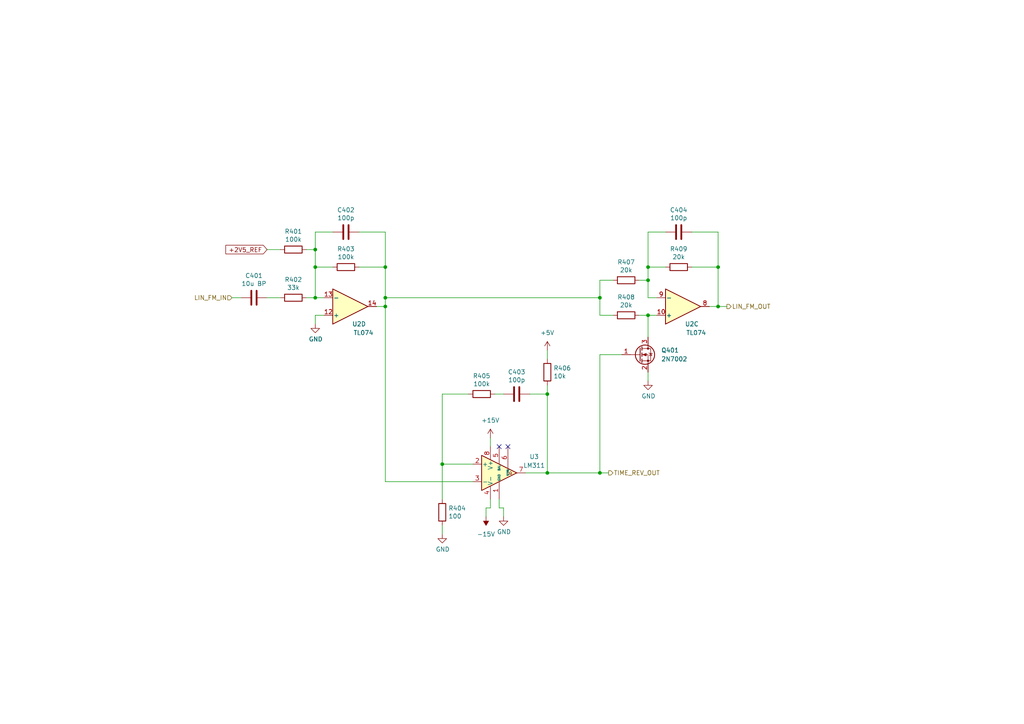
<source format=kicad_sch>
(kicad_sch (version 20211123) (generator eeschema)
  (paper "A4")
  (title_block (title "Josh Ox Ribon Synth Main VCO board") (date "2022-07-23") (rev "0.1") (comment 2 "creativecommons.org/licences/by/4.0") (comment 3 "license: CC by 4.0") (comment 4 "Author: Jordan Acete"))
  (lib_symbols
    (symbol "Amplifier_Operational:TL074" (pin_names (offset 0.127))
      (property "Reference" "U" (at 0 5.08 0))
      (property "Value" "TL074" (at 0 -5.08 0))
      (symbol "TL074_1_1"
        (polyline (pts (xy -5.08 5.08) (xy 5.08 0) (xy -5.08 -5.08) (xy -5.08 5.08)) (stroke (width 0.254)) (fill (type background)))
        (pin output line (at 7.62 0 180) (length 2.54) (name "~") (number "1"))
        (pin input line (at -7.62 -2.54 0) (length 2.54) (name "-") (number "2"))
        (pin input line (at -7.62 2.54 0) (length 2.54) (name "+") (number "3"))
      )
      (symbol "TL074_2_1"
        (polyline (pts (xy -5.08 5.08) (xy 5.08 0) (xy -5.08 -5.08) (xy -5.08 5.08)) (stroke (width 0.254)) (fill (type background)))
        (pin input line (at -7.62 2.54 0) (length 2.54) (name "+") (number "5"))
        (pin input line (at -7.62 -2.54 0) (length 2.54) (name "-") (number "6"))
        (pin output line (at 7.62 0 180) (length 2.54) (name "~") (number "7"))
      )
      (symbol "TL074_3_1"
        (polyline (pts (xy -5.08 5.08) (xy 5.08 0) (xy -5.08 -5.08) (xy -5.08 5.08)) (stroke (width 0.254)) (fill (type background)))
        (pin input line (at -7.62 2.54 0) (length 2.54) (name "+") (number "10"))
        (pin output line (at 7.62 0 180) (length 2.54) (name "~") (number "8"))
        (pin input line (at -7.62 -2.54 0) (length 2.54) (name "-") (number "9"))
      )
      (symbol "TL074_4_1"
        (polyline (pts (xy -5.08 5.08) (xy 5.08 0) (xy -5.08 -5.08) (xy -5.08 5.08)) (stroke (width 0.254)) (fill (type background)))
        (pin input line (at -7.62 2.54 0) (length 2.54) (name "+") (number "12"))
        (pin input line (at -7.62 -2.54 0) (length 2.54) (name "-") (number "13"))
        (pin output line (at 7.62 0 180) (length 2.54) (name "~") (number "14"))
      )
      (symbol "TL074_5_1"
        (pin power_in line (at -2.54 -7.62 90) (length 3.81) (name "V-") (number "11"))
        (pin power_in line (at -2.54 7.62 270) (length 3.81) (name "V+") (number "4"))
      )
    )
    (symbol "Comparator:LM311" (pin_names (offset 0.127))
      (property "Reference" "U" (at 3.81 6.35 0))
      (property "Value" "LM311" (at 3.81 3.81 0))
      (symbol "LM311_0_1"
        (polyline (pts (xy 5.08 0) (xy -5.08 5.08) (xy -5.08 -5.08) (xy 5.08 0)) (stroke (width 0.254)) (fill (type background)))
        (polyline (pts (xy 3.683 -0.381) (xy 3.302 -0.381) (xy 3.683 0) (xy 3.302 0.381) (xy 2.921 0) (xy 3.302 -0.381) (xy 2.921 -0.381)) (stroke (width 0.127)))
      )
      (symbol "LM311_1_1"
        (pin passive line (at 0 -7.62 90) (length 5.08) (name "GND") (number "1"))
        (pin input line (at -7.62 2.54 0) (length 2.54) (name "+") (number "2"))
        (pin input line (at -7.62 -2.54 0) (length 2.54) (name "-") (number "3"))
        (pin power_in line (at -2.54 -7.62 90) (length 3.81) (name "V-") (number "4"))
        (pin input line (at 0 7.62 270) (length 5.08) (name "BAL") (number "5"))
        (pin input line (at 2.54 7.62 270) (length 6.35) (name "STRB") (number "6"))
        (pin open_collector line (at 7.62 0 180) (length 2.54) (name "~") (number "7"))
        (pin power_in line (at -2.54 7.62 270) (length 3.81) (name "V+") (number "8"))
      )
    )
    (symbol "Device:C" (pin_numbers hide) (pin_names (offset 0.254))
      (property "Reference" "C" (at 0.635 2.54 0))
      (property "Value" "C" (at 0.635 -2.54 0))
      (symbol "C_0_1"
        (polyline (pts (xy -2.032 -0.762) (xy 2.032 -0.762)) (stroke (width 0.508)))
        (polyline (pts (xy -2.032 0.762) (xy 2.032 0.762)) (stroke (width 0.508)))
      )
      (symbol "C_1_1"
        (pin passive line (at 0 3.81 270) (length 2.794) (name "~") (number "1"))
        (pin passive line (at 0 -3.81 90) (length 2.794) (name "~") (number "2"))
      )
    )
    (symbol "Device:R" (pin_numbers hide) (pin_names (offset 0))
      (property "Reference" "R" (at 2.032 0 90))
      (property "Value" "R" (at 0 0 90))
      (symbol "R_0_1"
        (rectangle (start -1.016 -2.54) (end 1.016 2.54) (stroke (width 0.254)))
      )
      (symbol "R_1_1"
        (pin passive line (at 0 3.81 270) (length 1.27) (name "~") (number "1"))
        (pin passive line (at 0 -3.81 90) (length 1.27) (name "~") (number "2"))
      )
    )
    (symbol "Transistor_FET:2N7002" (pin_names hide)
      (property "Reference" "Q" (at 5.08 1.905 0))
      (property "Value" "2N7002" (at 5.08 0 0))
      (symbol "2N7002_0_1"
        (polyline (pts (xy 0.254 0) (xy -2.54 0)))
        (polyline (pts (xy 0.254 1.905) (xy 0.254 -1.905)) (stroke (width 0.254)))
        (polyline (pts (xy 0.762 -1.27) (xy 0.762 -2.286)) (stroke (width 0.254)))
        (polyline (pts (xy 0.762 0.508) (xy 0.762 -0.508)) (stroke (width 0.254)))
        (polyline (pts (xy 0.762 2.286) (xy 0.762 1.27)) (stroke (width 0.254)))
        (polyline (pts (xy 2.54 2.54) (xy 2.54 1.778)))
        (polyline (pts (xy 2.54 -2.54) (xy 2.54 0) (xy 0.762 0)))
        (polyline (pts (xy 0.762 -1.778) (xy 3.302 -1.778) (xy 3.302 1.778) (xy 0.762 1.778)))
        (polyline (pts (xy 1.016 0) (xy 2.032 0.381) (xy 2.032 -0.381) (xy 1.016 0)) (fill (type outline)))
        (polyline (pts (xy 2.794 0.508) (xy 2.921 0.381) (xy 3.683 0.381) (xy 3.81 0.254)))
        (polyline (pts (xy 3.302 0.381) (xy 2.921 -0.254) (xy 3.683 -0.254) (xy 3.302 0.381)))
        (circle (center 1.651 0) (radius 2.794) (stroke (width 0.254)))
        (circle (center 2.54 -1.778) (radius 0.254) (fill (type outline)))
        (circle (center 2.54 1.778) (radius 0.254) (fill (type outline)))
      )
      (symbol "2N7002_1_1"
        (pin input line (at -5.08 0 0) (length 2.54) (name "G") (number "1"))
        (pin passive line (at 2.54 -5.08 90) (length 2.54) (name "S") (number "2"))
        (pin passive line (at 2.54 5.08 270) (length 2.54) (name "D") (number "3"))
      )
    )
    (symbol "power:+15V" (power) (pin_names (offset 0))
      (property "Value" "+15V" (at 0 3.556 0))
      (symbol "+15V_0_1"
        (polyline (pts (xy -0.762 1.27) (xy 0 2.54)))
        (polyline (pts (xy 0 0) (xy 0 2.54)))
        (polyline (pts (xy 0 2.54) (xy 0.762 1.27)))
      )
      (symbol "+15V_1_1"
        (pin power_in line (at 0 0 90) (length 0) hide (name "+15V") (number "1"))
      )
    )
    (symbol "power:+5V" (power) (pin_names (offset 0))
      (property "Value" "+5V" (at 0 3.556 0))
      (symbol "+5V_0_1"
        (polyline (pts (xy -0.762 1.27) (xy 0 2.54)))
        (polyline (pts (xy 0 0) (xy 0 2.54)))
        (polyline (pts (xy 0 2.54) (xy 0.762 1.27)))
      )
      (symbol "+5V_1_1"
        (pin power_in line (at 0 0 90) (length 0) hide (name "+5V") (number "1"))
      )
    )
    (symbol "power:-15V" (power) (pin_names (offset 0))
      (property "Value" "-15V" (at 0 3.81 0))
      (symbol "-15V_0_0"
        (pin power_in line (at 0 0 90) (length 0) hide (name "-15V") (number "1"))
      )
      (symbol "-15V_0_1"
        (polyline (pts (xy 0 0) (xy 0 1.27) (xy 0.762 1.27) (xy 0 2.54) (xy -0.762 1.27) (xy 0 1.27)) (fill (type outline)))
      )
    )
    (symbol "power:GND" (power) (pin_names (offset 0))
      (property "Value" "GND" (at 0 -3.81 0))
      (symbol "GND_0_1"
        (polyline (pts (xy 0 0) (xy 0 -1.27) (xy 1.27 -1.27) (xy 0 -2.54) (xy -1.27 -1.27) (xy 0 -1.27)))
      )
      (symbol "GND_1_1"
        (pin power_in line (at 0 0 270) (length 0) hide (name "GND") (number "1"))
      )
    )
  )
  (junction (at 91.44 86.36))
  (junction (at 128.27 134.62))
  (junction (at 111.76 86.36))
  (junction (at 111.76 77.47))
  (junction (at 208.28 77.47))
  (junction (at 173.99 86.36))
  (junction (at 208.28 88.9))
  (junction (at 187.96 81.28))
  (junction (at 111.76 88.9))
  (junction (at 173.99 137.16))
  (junction (at 91.44 72.39))
  (junction (at 187.96 77.47))
  (junction (at 158.75 114.3))
  (junction (at 91.44 77.47))
  (junction (at 187.96 91.44))
  (junction (at 158.75 137.16))
  (no_connect (at 147.32 129.54))
  (no_connect (at 144.78 129.54))
  (wire (pts (xy 128.27 114.3) (xy 128.27 134.62)))
  (wire (pts (xy 173.99 102.87) (xy 180.34 102.87)))
  (wire (pts (xy 91.44 86.36) (xy 91.44 77.47)))
  (wire (pts (xy 128.27 134.62) (xy 137.16 134.62)))
  (wire (pts (xy 187.96 86.36) (xy 190.5 86.36)))
  (wire (pts (xy 173.99 137.16) (xy 173.99 102.87)))
  (wire (pts (xy 128.27 154.94) (xy 128.27 152.4)))
  (wire (pts (xy 111.76 77.47) (xy 111.76 67.31)))
  (wire (pts (xy 91.44 91.44) (xy 93.98 91.44)))
  (wire (pts (xy 176.53 137.16) (xy 173.99 137.16)))
  (wire (pts (xy 200.66 77.47) (xy 208.28 77.47)))
  (wire (pts (xy 187.96 97.79) (xy 187.96 91.44)))
  (wire (pts (xy 158.75 101.6) (xy 158.75 104.14)))
  (wire (pts (xy 173.99 86.36) (xy 111.76 86.36)))
  (wire (pts (xy 111.76 139.7) (xy 137.16 139.7)))
  (wire (pts (xy 187.96 81.28) (xy 187.96 77.47)))
  (wire (pts (xy 146.05 149.86) (xy 146.05 147.32)))
  (wire (pts (xy 109.22 88.9) (xy 111.76 88.9)))
  (wire (pts (xy 187.96 86.36) (xy 187.96 81.28)))
  (wire (pts (xy 140.97 149.86) (xy 140.97 147.32)))
  (wire (pts (xy 111.76 67.31) (xy 104.14 67.31)))
  (wire (pts (xy 96.52 77.47) (xy 91.44 77.47)))
  (wire (pts (xy 142.24 127) (xy 142.24 129.54)))
  (wire (pts (xy 187.96 67.31) (xy 193.04 67.31)))
  (wire (pts (xy 210.82 88.9) (xy 208.28 88.9)))
  (wire (pts (xy 67.31 86.36) (xy 69.85 86.36)))
  (wire (pts (xy 91.44 93.98) (xy 91.44 91.44)))
  (wire (pts (xy 143.51 114.3) (xy 146.05 114.3)))
  (wire (pts (xy 158.75 114.3) (xy 153.67 114.3)))
  (wire (pts (xy 158.75 111.76) (xy 158.75 114.3)))
  (wire (pts (xy 81.28 86.36) (xy 77.47 86.36)))
  (wire (pts (xy 111.76 88.9) (xy 111.76 139.7)))
  (wire (pts (xy 152.4 137.16) (xy 158.75 137.16)))
  (wire (pts (xy 193.04 77.47) (xy 187.96 77.47)))
  (wire (pts (xy 185.42 81.28) (xy 187.96 81.28)))
  (wire (pts (xy 187.96 110.49) (xy 187.96 107.95)))
  (wire (pts (xy 140.97 147.32) (xy 142.24 147.32)))
  (wire (pts (xy 91.44 67.31) (xy 96.52 67.31)))
  (wire (pts (xy 187.96 91.44) (xy 190.5 91.44)))
  (wire (pts (xy 77.47 72.39) (xy 81.28 72.39)))
  (wire (pts (xy 111.76 77.47) (xy 111.76 86.36)))
  (wire (pts (xy 91.44 77.47) (xy 91.44 72.39)))
  (wire (pts (xy 135.89 114.3) (xy 128.27 114.3)))
  (wire (pts (xy 142.24 147.32) (xy 142.24 144.78)))
  (wire (pts (xy 208.28 88.9) (xy 208.28 77.47)))
  (wire (pts (xy 88.9 72.39) (xy 91.44 72.39)))
  (wire (pts (xy 158.75 137.16) (xy 173.99 137.16)))
  (wire (pts (xy 91.44 72.39) (xy 91.44 67.31)))
  (wire (pts (xy 208.28 67.31) (xy 200.66 67.31)))
  (wire (pts (xy 144.78 147.32) (xy 144.78 144.78)))
  (wire (pts (xy 158.75 137.16) (xy 158.75 114.3)))
  (wire (pts (xy 205.74 88.9) (xy 208.28 88.9)))
  (wire (pts (xy 173.99 91.44) (xy 173.99 86.36)))
  (wire (pts (xy 208.28 77.47) (xy 208.28 67.31)))
  (wire (pts (xy 187.96 91.44) (xy 185.42 91.44)))
  (wire (pts (xy 111.76 86.36) (xy 111.76 88.9)))
  (wire (pts (xy 146.05 147.32) (xy 144.78 147.32)))
  (wire (pts (xy 187.96 67.31) (xy 187.96 77.47)))
  (wire (pts (xy 128.27 144.78) (xy 128.27 134.62)))
  (wire (pts (xy 173.99 86.36) (xy 173.99 81.28)))
  (wire (pts (xy 177.8 91.44) (xy 173.99 91.44)))
  (wire (pts (xy 104.14 77.47) (xy 111.76 77.47)))
  (wire (pts (xy 91.44 86.36) (xy 88.9 86.36)))
  (wire (pts (xy 173.99 81.28) (xy 177.8 81.28)))
  (wire (pts (xy 93.98 86.36) (xy 91.44 86.36)))
  (global_label "+2V5_REF" (shape input) (at 77.47 72.39 180) (property "Intersheet References" "${INTERSHEET_REFS}" (effects hide)))
  (hierarchical_label "LIN_FM_IN" (shape input) (at 67.31 86.36 180))
  (hierarchical_label "TIME_REV_OUT" (shape output) (at 176.53 137.16 0))
  (hierarchical_label "LIN_FM_OUT" (shape output) (at 210.82 88.9 0))
  (symbol (lib_id "Device:R") (at 139.7 114.3 270) (unit 1)
    (property "Reference" "R405" (at 139.7 109.0422 90))
    (property "Value" "100k" (at 139.7 111.3536 90))
    (property "Footprint" "Resistor_SMD:R_0805_2012Metric" (effects hide))
  )
  (symbol (lib_id "Comparator:LM311") (at 144.78 137.16 0) (unit 1)
    (property "Reference" "U3" (at 154.94 132.461 0))
    (property "Value" "LM311" (at 154.94 135.001 0))
    (property "Footprint" "Package_SO:SOIC-8_3.9x4.9mm_P1.27mm" (effects hide))
    (property "Datasheet" "https://www.st.com/resource/en/datasheet/lm311.pdf" (effects hide))
  )
  (symbol (lib_id "power:+15V") (at 142.24 127 0) (unit 1)
    (property "Reference" "#PWR0107" (effects hide))
    (property "Value" "+15V" (at 142.24 121.92 0))
  )
  (symbol (lib_id "Amplifier_Operational:TL074") (at 198.12 88.9 0) (mirror x) (unit 3)
    (property "Reference" "U2" (at 200.66 93.98 0))
    (property "Value" "TL074" (at 201.93 96.52 0))
    (property "Footprint" "Package_SO:SOIC-14_3.9x8.7mm_P1.27mm" (effects hide))
    (property "Datasheet" "http://www.ti.com/lit/ds/symlink/tl071.pdf" (effects hide))
  )
  (symbol (lib_id "power:GND") (at 91.44 93.98 0) (unit 1)
    (property "Reference" "#PWR0401" (effects hide))
    (property "Value" "~" (at 91.567 98.3742 0))
  )
  (symbol (lib_id "Device:R") (at 128.27 148.59 180) (unit 1)
    (property "Reference" "R404" (at 130.048 147.4216 0) (effects (justify right)))
    (property "Value" "100" (at 130.048 149.733 0) (effects (justify right)))
    (property "Footprint" "Resistor_SMD:R_0805_2012Metric" (effects hide))
  )
  (symbol (lib_id "Device:C") (at 149.86 114.3 270) (unit 1)
    (property "Reference" "C403" (at 149.86 107.8992 90))
    (property "Value" "100p" (at 149.86 110.2106 90))
    (property "Footprint" "Capacitor_SMD:C_0805_2012Metric" (effects hide))
  )
  (symbol (lib_id "Device:C") (at 196.85 67.31 270) (unit 1)
    (property "Reference" "C404" (at 196.85 60.9092 90))
    (property "Value" "100p" (at 196.85 63.2206 90))
    (property "Footprint" "Capacitor_SMD:C_0805_2012Metric" (effects hide))
  )
  (symbol (lib_id "Device:R") (at 181.61 81.28 270) (unit 1)
    (property "Reference" "R407" (at 181.61 76.0222 90))
    (property "Value" "20k" (at 181.61 78.3336 90))
    (property "Footprint" "Resistor_SMD:R_0805_2012Metric" (effects hide))
  )
  (symbol (lib_id "Device:R") (at 181.61 91.44 270) (unit 1)
    (property "Reference" "R408" (at 181.61 86.1822 90))
    (property "Value" "20k" (at 181.61 88.4936 90))
    (property "Footprint" "Resistor_SMD:R_0805_2012Metric" (effects hide))
  )
  (symbol (lib_id "Amplifier_Operational:TL074") (at 101.6 88.9 0) (mirror x) (unit 4)
    (property "Reference" "U2" (at 104.14 93.98 0))
    (property "Value" "TL074" (at 105.41 96.52 0))
    (property "Footprint" "Package_SO:SOIC-14_3.9x8.7mm_P1.27mm" (effects hide))
    (property "Datasheet" "http://www.ti.com/lit/ds/symlink/tl071.pdf" (effects hide))
  )
  (symbol (lib_id "Device:R") (at 85.09 86.36 270) (unit 1)
    (property "Reference" "R402" (at 85.09 81.1022 90))
    (property "Value" "33k" (at 85.09 83.4136 90))
    (property "Footprint" "Resistor_SMD:R_0805_2012Metric" (effects hide))
  )
  (symbol (lib_id "Device:C") (at 100.33 67.31 270) (unit 1)
    (property "Reference" "C402" (at 100.33 60.9092 90))
    (property "Value" "100p" (at 100.33 63.2206 90))
    (property "Footprint" "Capacitor_SMD:C_0805_2012Metric" (effects hide))
  )
  (symbol (lib_id "power:-15V") (at 140.97 149.86 180) (unit 1)
    (property "Reference" "#PWR0108" (effects hide))
    (property "Value" "-15V" (at 140.97 154.94 0))
  )
  (symbol (lib_id "power:+5V") (at 158.75 101.6 0) (unit 1)
    (property "Reference" "#PWR0406" (effects hide))
    (property "Value" "+5V" (at 158.75 96.52 0))
  )
  (symbol (lib_id "power:GND") (at 146.05 149.86 0) (unit 1)
    (property "Reference" "#PWR0405" (effects hide))
    (property "Value" "~" (at 146.177 154.2542 0))
  )
  (symbol (lib_id "Device:R") (at 85.09 72.39 270) (unit 1)
    (property "Reference" "R401" (at 85.09 67.1322 90))
    (property "Value" "100k" (at 85.09 69.4436 90))
    (property "Footprint" "Resistor_SMD:R_0805_2012Metric" (effects hide))
  )
  (symbol (lib_id "power:GND") (at 187.96 110.49 0) (unit 1)
    (property "Reference" "#PWR0407" (effects hide))
    (property "Value" "~" (at 188.087 114.8842 0))
  )
  (symbol (lib_id "power:GND") (at 128.27 154.94 0) (unit 1)
    (property "Reference" "#PWR0402" (effects hide))
    (property "Value" "~" (at 128.397 159.3342 0))
  )
  (symbol (lib_id "Device:C") (at 73.66 86.36 270) (unit 1)
    (property "Reference" "C401" (at 73.66 79.9592 90))
    (property "Value" "10u BP" (at 73.66 82.2706 90))
    (property "Footprint" "Capacitor_THT:C_Rect_L7.2mm_W3.5mm_P5.00mm_FKS2_FKP2_MKS2_MKP2" (effects hide))
  )
  (symbol (lib_id "Device:R") (at 158.75 107.95 180) (unit 1)
    (property "Reference" "R406" (at 160.528 106.7816 0) (effects (justify right)))
    (property "Value" "10k" (at 160.528 109.093 0) (effects (justify right)))
    (property "Footprint" "Resistor_SMD:R_0805_2012Metric" (effects hide))
  )
  (symbol (lib_id "Device:R") (at 196.85 77.47 270) (unit 1)
    (property "Reference" "R409" (at 196.85 72.2122 90))
    (property "Value" "20k" (at 196.85 74.5236 90))
    (property "Footprint" "Resistor_SMD:R_0805_2012Metric" (effects hide))
  )
  (symbol (lib_id "Transistor_FET:2N7002") (at 185.42 102.87 0) (unit 1)
    (property "Reference" "Q401" (at 191.77 101.5999 0) (effects (justify left)))
    (property "Value" "2N7002" (at 191.77 104.1399 0) (effects (justify left)))
    (property "Footprint" "Package_TO_SOT_SMD:SOT-23" (effects hide))
    (property "Datasheet" "https://www.onsemi.com/pub/Collateral/NDS7002A-D.PDF" (effects hide))
  )
  (symbol (lib_id "Device:R") (at 100.33 77.47 270) (unit 1)
    (property "Reference" "R403" (at 100.33 72.2122 90))
    (property "Value" "100k" (at 100.33 74.5236 90))
    (property "Footprint" "Resistor_SMD:R_0805_2012Metric" (effects hide))
  )
)
</source>
